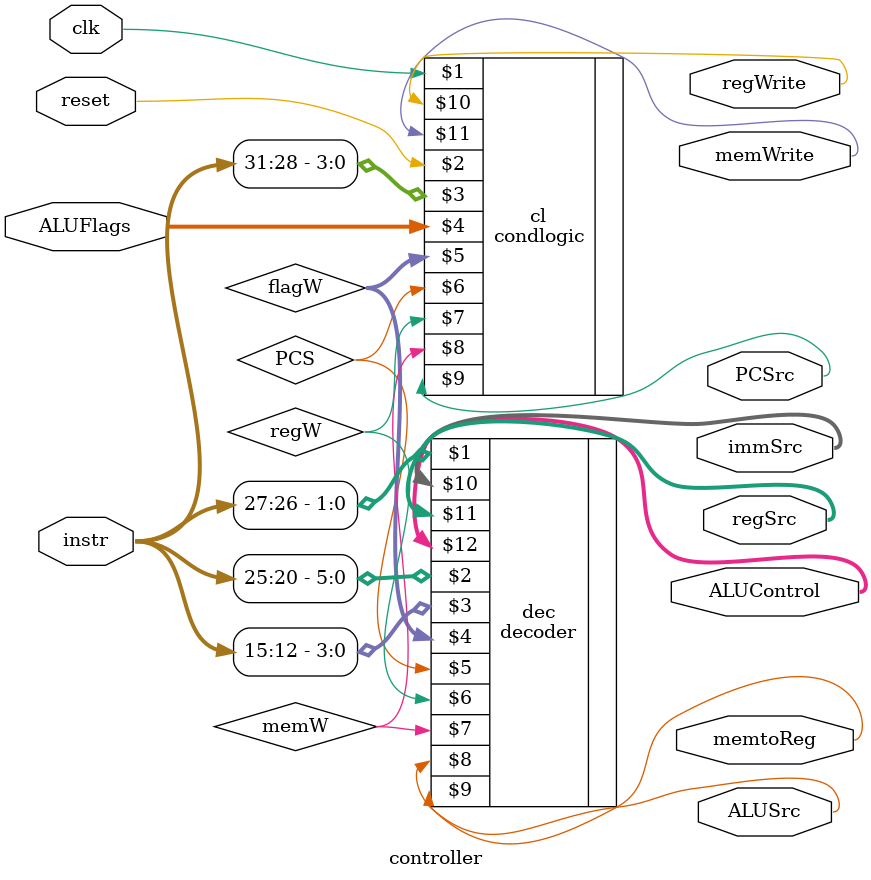
<source format=v>
`timescale 1ns / 1ps
module controller(input clk, reset,
						input [31:12] instr,
						input [3:0] ALUFlags,
						output wire [1:0] regSrc,
						output wire regWrite,
						output wire [1:0] immSrc,
						output wire ALUSrc,
						output wire [3:0] ALUControl,
						output wire memWrite, memtoReg,
						output wire PCSrc);
wire [1:0] flagW;
wire PCS, regW, memW;

decoder dec(instr[27:26], instr[25:20], instr[15:12],flagW, PCS, regW, memW, memtoReg,
					ALUSrc, immSrc, regSrc, ALUControl);
condlogic cl(clk, reset, instr[31:28], ALUFlags, flagW, PCS, regW, memW,PCSrc, regWrite, 
					memWrite);

endmodule

</source>
